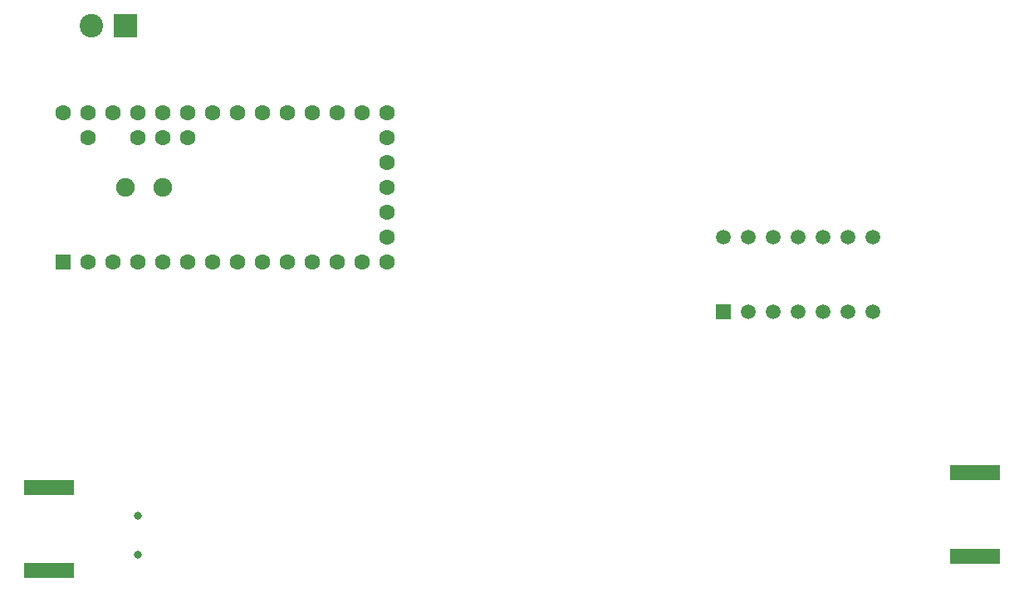
<source format=gbr>
%TF.GenerationSoftware,KiCad,Pcbnew,(5.1.10)-1*%
%TF.CreationDate,2021-08-25T15:37:07-07:00*%
%TF.ProjectId,fmcw,666d6377-2e6b-4696-9361-645f70636258,rev?*%
%TF.SameCoordinates,Original*%
%TF.FileFunction,Copper,L4,Bot*%
%TF.FilePolarity,Positive*%
%FSLAX46Y46*%
G04 Gerber Fmt 4.6, Leading zero omitted, Abs format (unit mm)*
G04 Created by KiCad (PCBNEW (5.1.10)-1) date 2021-08-25 15:37:07*
%MOMM*%
%LPD*%
G01*
G04 APERTURE LIST*
%TA.AperFunction,SMDPad,CuDef*%
%ADD10R,5.080000X1.500000*%
%TD*%
%TA.AperFunction,ComponentPad*%
%ADD11R,2.400000X2.400000*%
%TD*%
%TA.AperFunction,ComponentPad*%
%ADD12C,2.400000*%
%TD*%
%TA.AperFunction,ComponentPad*%
%ADD13C,1.600000*%
%TD*%
%TA.AperFunction,ComponentPad*%
%ADD14R,1.600000X1.600000*%
%TD*%
%TA.AperFunction,ComponentPad*%
%ADD15C,1.900000*%
%TD*%
%TA.AperFunction,ComponentPad*%
%ADD16R,1.500000X1.500000*%
%TD*%
%TA.AperFunction,ComponentPad*%
%ADD17C,1.500000*%
%TD*%
%TA.AperFunction,ViaPad*%
%ADD18C,0.800000*%
%TD*%
G04 APERTURE END LIST*
D10*
%TO.P,J4,2*%
%TO.N,GND*%
X77343000Y-133486000D03*
X77343000Y-141986000D03*
%TD*%
D11*
%TO.P,J1,1*%
%TO.N,+BATT*%
X85090000Y-86360000D03*
D12*
%TO.P,J1,2*%
%TO.N,GND*%
X81590000Y-86360000D03*
%TD*%
D10*
%TO.P,J5,2*%
%TO.N,GND*%
X171704000Y-132021000D03*
X171704000Y-140521000D03*
%TD*%
D13*
%TO.P,U3,17*%
%TO.N,Net-(U3-Pad17)*%
X111760000Y-102870000D03*
%TO.P,U3,18*%
%TO.N,Net-(U3-Pad18)*%
X111760000Y-100330000D03*
%TO.P,U3,19*%
%TO.N,Net-(U3-Pad19)*%
X111760000Y-97790000D03*
%TO.P,U3,20*%
%TO.N,Net-(U3-Pad20)*%
X111760000Y-95250000D03*
%TO.P,U3,16*%
%TO.N,Net-(U3-Pad16)*%
X111760000Y-105410000D03*
%TO.P,U3,15*%
%TO.N,Net-(U3-Pad15)*%
X111760000Y-107950000D03*
%TO.P,U3,14*%
%TO.N,Net-(U3-Pad14)*%
X111760000Y-110490000D03*
%TO.P,U3,21*%
%TO.N,Net-(U3-Pad21)*%
X109220000Y-95250000D03*
%TO.P,U3,22*%
%TO.N,Net-(U3-Pad22)*%
X106680000Y-95250000D03*
%TO.P,U3,23*%
%TO.N,Net-(U3-Pad23)*%
X104140000Y-95250000D03*
%TO.P,U3,24*%
%TO.N,Net-(U3-Pad24)*%
X101600000Y-95250000D03*
%TO.P,U3,25*%
%TO.N,Net-(U3-Pad25)*%
X99060000Y-95250000D03*
%TO.P,U3,26*%
%TO.N,Net-(U3-Pad26)*%
X96520000Y-95250000D03*
%TO.P,U3,27*%
%TO.N,Net-(U3-Pad27)*%
X93980000Y-95250000D03*
%TO.P,U3,28*%
%TO.N,Net-(U3-Pad28)*%
X91440000Y-95250000D03*
%TO.P,U3,29*%
%TO.N,Net-(U3-Pad29)*%
X88900000Y-95250000D03*
%TO.P,U3,30*%
%TO.N,Net-(U3-Pad30)*%
X86360000Y-95250000D03*
%TO.P,U3,31*%
%TO.N,Net-(U3-Pad31)*%
X83820000Y-95250000D03*
%TO.P,U3,32*%
%TO.N,Net-(U3-Pad32)*%
X81280000Y-95250000D03*
%TO.P,U3,33*%
%TO.N,VCC*%
X78740000Y-95250000D03*
%TO.P,U3,34*%
%TO.N,Net-(U3-Pad34)*%
X81280000Y-97790000D03*
%TO.P,U3,35*%
%TO.N,Net-(U3-Pad35)*%
X86360000Y-97790000D03*
%TO.P,U3,36*%
%TO.N,Net-(U3-Pad36)*%
X88900000Y-97790000D03*
%TO.P,U3,37*%
%TO.N,Net-(U3-Pad37)*%
X91440000Y-97790000D03*
%TO.P,U3,13*%
%TO.N,Net-(U3-Pad13)*%
X109220000Y-110490000D03*
%TO.P,U3,12*%
%TO.N,Net-(U3-Pad12)*%
X106680000Y-110490000D03*
%TO.P,U3,11*%
%TO.N,Net-(U3-Pad11)*%
X104140000Y-110490000D03*
%TO.P,U3,10*%
%TO.N,Net-(U3-Pad10)*%
X101600000Y-110490000D03*
%TO.P,U3,9*%
%TO.N,Net-(U3-Pad9)*%
X99060000Y-110490000D03*
%TO.P,U3,8*%
%TO.N,Sync*%
X96520000Y-110490000D03*
%TO.P,U3,7*%
%TO.N,Net-(U3-Pad7)*%
X93980000Y-110490000D03*
%TO.P,U3,6*%
%TO.N,Net-(U3-Pad6)*%
X91440000Y-110490000D03*
%TO.P,U3,5*%
%TO.N,Net-(U3-Pad5)*%
X88900000Y-110490000D03*
%TO.P,U3,4*%
%TO.N,Net-(U3-Pad4)*%
X86360000Y-110490000D03*
%TO.P,U3,3*%
%TO.N,Net-(U3-Pad3)*%
X83820000Y-110490000D03*
%TO.P,U3,2*%
%TO.N,Net-(U3-Pad2)*%
X81280000Y-110490000D03*
D14*
%TO.P,U3,1*%
%TO.N,GND*%
X78740000Y-110490000D03*
D15*
%TO.P,U3,38*%
%TO.N,Net-(U3-Pad38)*%
X88900000Y-102870000D03*
X85090000Y-102870000D03*
%TD*%
D16*
%TO.P,U5,1*%
%TO.N,Net-(R4-Pad2)*%
X146050000Y-115570000D03*
D17*
%TO.P,U5,2*%
%TO.N,Net-(R3-Pad1)*%
X148590000Y-115570000D03*
%TO.P,U5,3*%
%TO.N,Net-(C7-Pad1)*%
X151130000Y-115570000D03*
%TO.P,U5,4*%
%TO.N,+5V*%
X153670000Y-115570000D03*
%TO.P,U5,5*%
%TO.N,Net-(C9-Pad1)*%
X156210000Y-115570000D03*
%TO.P,U5,6*%
%TO.N,Net-(R8-Pad2)*%
X158750000Y-115570000D03*
%TO.P,U5,7*%
%TO.N,Net-(C8-Pad1)*%
X161290000Y-115570000D03*
%TO.P,U5,14*%
%TO.N,Net-(U5-Pad14)*%
X146050000Y-107950000D03*
%TO.P,U5,13*%
%TO.N,Net-(U5-Pad13)*%
X148590000Y-107950000D03*
%TO.P,U5,12*%
%TO.N,Net-(U5-Pad12)*%
X151130000Y-107950000D03*
%TO.P,U5,11*%
%TO.N,GND*%
X153670000Y-107950000D03*
%TO.P,U5,10*%
%TO.N,Net-(C10-Pad1)*%
X156210000Y-107950000D03*
%TO.P,U5,9*%
%TO.N,Net-(R13-Pad2)*%
X158750000Y-107950000D03*
%TO.P,U5,8*%
%TO.N,Net-(C20-Pad1)*%
X161290000Y-107950000D03*
%TD*%
D18*
%TO.N,GND*%
X86360000Y-136398000D03*
X86360000Y-140335000D03*
%TD*%
M02*

</source>
